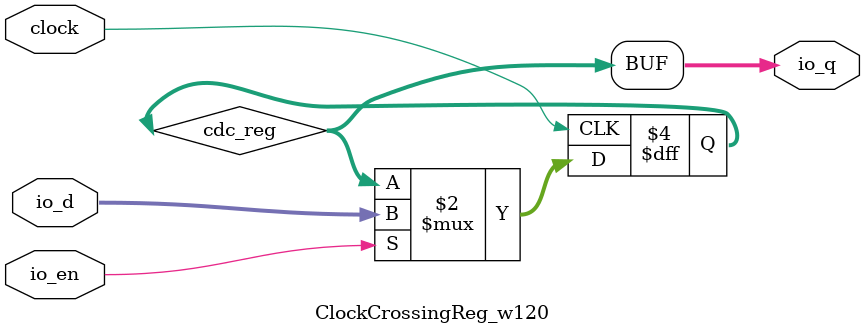
<source format=sv>
`ifndef RANDOMIZE
  `ifdef RANDOMIZE_REG_INIT
    `define RANDOMIZE
  `endif // RANDOMIZE_REG_INIT
`endif // not def RANDOMIZE
`ifndef RANDOMIZE
  `ifdef RANDOMIZE_MEM_INIT
    `define RANDOMIZE
  `endif // RANDOMIZE_MEM_INIT
`endif // not def RANDOMIZE

`ifndef RANDOM
  `define RANDOM $random
`endif // not def RANDOM

// Users can define 'PRINTF_COND' to add an extra gate to prints.
`ifndef PRINTF_COND_
  `ifdef PRINTF_COND
    `define PRINTF_COND_ (`PRINTF_COND)
  `else  // PRINTF_COND
    `define PRINTF_COND_ 1
  `endif // PRINTF_COND
`endif // not def PRINTF_COND_

// Users can define 'ASSERT_VERBOSE_COND' to add an extra gate to assert error printing.
`ifndef ASSERT_VERBOSE_COND_
  `ifdef ASSERT_VERBOSE_COND
    `define ASSERT_VERBOSE_COND_ (`ASSERT_VERBOSE_COND)
  `else  // ASSERT_VERBOSE_COND
    `define ASSERT_VERBOSE_COND_ 1
  `endif // ASSERT_VERBOSE_COND
`endif // not def ASSERT_VERBOSE_COND_

// Users can define 'STOP_COND' to add an extra gate to stop conditions.
`ifndef STOP_COND_
  `ifdef STOP_COND
    `define STOP_COND_ (`STOP_COND)
  `else  // STOP_COND
    `define STOP_COND_ 1
  `endif // STOP_COND
`endif // not def STOP_COND_

// Users can define INIT_RANDOM as general code that gets injected into the
// initializer block for modules with registers.
`ifndef INIT_RANDOM
  `define INIT_RANDOM
`endif // not def INIT_RANDOM

// If using random initialization, you can also define RANDOMIZE_DELAY to
// customize the delay used, otherwise 0.002 is used.
`ifndef RANDOMIZE_DELAY
  `define RANDOMIZE_DELAY 0.002
`endif // not def RANDOMIZE_DELAY

// Define INIT_RANDOM_PROLOG_ for use in our modules below.
`ifndef INIT_RANDOM_PROLOG_
  `ifdef RANDOMIZE
    `ifdef VERILATOR
      `define INIT_RANDOM_PROLOG_ `INIT_RANDOM
    `else  // VERILATOR
      `define INIT_RANDOM_PROLOG_ `INIT_RANDOM #`RANDOMIZE_DELAY begin end
    `endif // VERILATOR
  `else  // RANDOMIZE
    `define INIT_RANDOM_PROLOG_
  `endif // RANDOMIZE
`endif // not def INIT_RANDOM_PROLOG_

module ClockCrossingReg_w120(
  input          clock,
  input  [119:0] io_d,
  input          io_en,
  output [119:0] io_q
);

  reg [119:0] cdc_reg;	// @[Reg.scala:19:16]
  always @(posedge clock) begin
    if (io_en)
      cdc_reg <= io_d;	// @[Reg.scala:19:16]
  end // always @(posedge)
  `ifndef SYNTHESIS
    `ifdef FIRRTL_BEFORE_INITIAL
      `FIRRTL_BEFORE_INITIAL
    `endif // FIRRTL_BEFORE_INITIAL
    logic [31:0] _RANDOM_0;
    logic [31:0] _RANDOM_1;
    logic [31:0] _RANDOM_2;
    logic [31:0] _RANDOM_3;
    initial begin
      `ifdef INIT_RANDOM_PROLOG_
        `INIT_RANDOM_PROLOG_
      `endif // INIT_RANDOM_PROLOG_
      `ifdef RANDOMIZE_REG_INIT
        _RANDOM_0 = `RANDOM;
        _RANDOM_1 = `RANDOM;
        _RANDOM_2 = `RANDOM;
        _RANDOM_3 = `RANDOM;
        cdc_reg = {_RANDOM_0, _RANDOM_1, _RANDOM_2, _RANDOM_3[23:0]};	// @[Reg.scala:19:16]
      `endif // RANDOMIZE_REG_INIT
    end // initial
    `ifdef FIRRTL_AFTER_INITIAL
      `FIRRTL_AFTER_INITIAL
    `endif // FIRRTL_AFTER_INITIAL
  `endif // not def SYNTHESIS
  assign io_q = cdc_reg;	// @[Reg.scala:19:16]
endmodule


</source>
